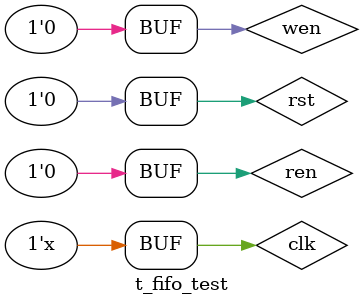
<source format=v>
`timescale 1ns / 1ps

module t_fifo_test;

reg clk				;
reg rst             ;
reg wen             ;
wire [9:0]waddr      ;
wire [7:0]data_in    ;
wire full           ;
wire wen_wire;
wire [9:0]count     ;
reg ren             ;
wire [9:0]raddr      ;
wire[7:0]data_out   ;
wire empty          ;
wire ren_wire;



always #20 clk = ~clk;

initial begin
clk =0;
rst =1;
wen =0;
ren =0;
#100

rst =0;
wen =1;
#40880
wen =0;

end

fifo_test fifo_test
(
.clk		(clk	 ),	
.rst        (rst     ),
.wen        (wen     ),
.ren        (ren     ),
.waddr      (waddr   ),
.raddr      (raddr   ),
.count      (count   ),
.data_in    (data_in ),
.data_out   (data_out),
.wen_wire   (wen_wire),
.ren_wire    (ren_wire),
.full       (full    ),
.empty      (empty   )
);
endmodule

</source>
